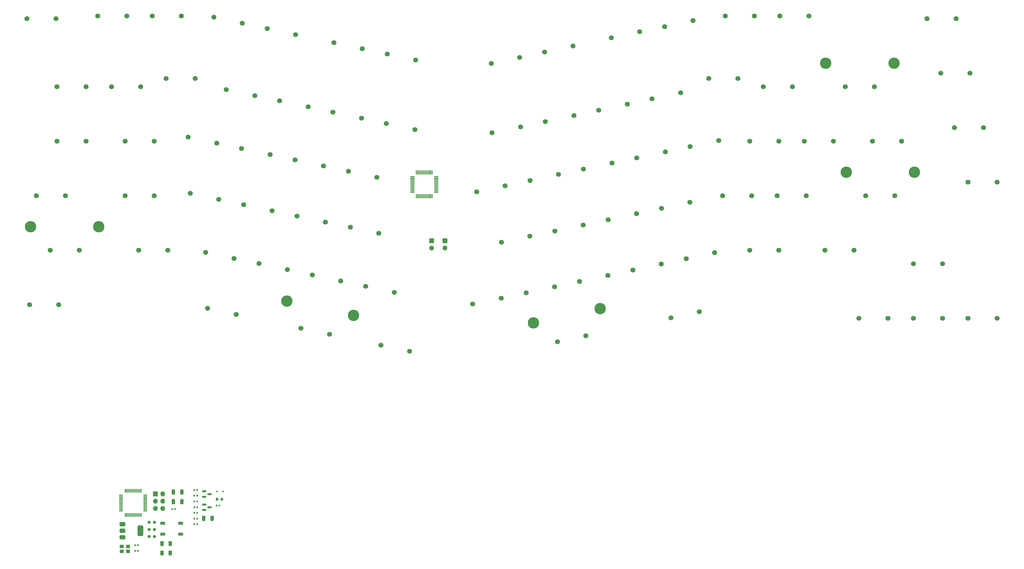
<source format=gbr>
%TF.GenerationSoftware,KiCad,Pcbnew,8.0.1*%
%TF.CreationDate,2024-04-11T15:05:29-07:00*%
%TF.ProjectId,Erebus,45726562-7573-42e6-9b69-6361645f7063,rev?*%
%TF.SameCoordinates,Original*%
%TF.FileFunction,Soldermask,Top*%
%TF.FilePolarity,Negative*%
%FSLAX46Y46*%
G04 Gerber Fmt 4.6, Leading zero omitted, Abs format (unit mm)*
G04 Created by KiCad (PCBNEW 8.0.1) date 2024-04-11 15:05:29*
%MOMM*%
%LPD*%
G01*
G04 APERTURE LIST*
G04 Aperture macros list*
%AMRoundRect*
0 Rectangle with rounded corners*
0 $1 Rounding radius*
0 $2 $3 $4 $5 $6 $7 $8 $9 X,Y pos of 4 corners*
0 Add a 4 corners polygon primitive as box body*
4,1,4,$2,$3,$4,$5,$6,$7,$8,$9,$2,$3,0*
0 Add four circle primitives for the rounded corners*
1,1,$1+$1,$2,$3*
1,1,$1+$1,$4,$5*
1,1,$1+$1,$6,$7*
1,1,$1+$1,$8,$9*
0 Add four rect primitives between the rounded corners*
20,1,$1+$1,$2,$3,$4,$5,0*
20,1,$1+$1,$4,$5,$6,$7,0*
20,1,$1+$1,$6,$7,$8,$9,0*
20,1,$1+$1,$8,$9,$2,$3,0*%
G04 Aperture macros list end*
%ADD10RoundRect,0.200000X-0.200000X-0.275000X0.200000X-0.275000X0.200000X0.275000X-0.200000X0.275000X0*%
%ADD11RoundRect,0.135000X-0.135000X-0.185000X0.135000X-0.185000X0.135000X0.185000X-0.135000X0.185000X0*%
%ADD12R,1.400000X1.200000*%
%ADD13C,3.987800*%
%ADD14RoundRect,0.375000X-0.625000X-0.375000X0.625000X-0.375000X0.625000X0.375000X-0.625000X0.375000X0*%
%ADD15RoundRect,0.500000X-0.500000X-1.400000X0.500000X-1.400000X0.500000X1.400000X-0.500000X1.400000X0*%
%ADD16RoundRect,0.150000X-0.587500X-0.150000X0.587500X-0.150000X0.587500X0.150000X-0.587500X0.150000X0*%
%ADD17RoundRect,0.237500X-0.250000X-0.237500X0.250000X-0.237500X0.250000X0.237500X-0.250000X0.237500X0*%
%ADD18RoundRect,0.140000X-0.140000X-0.170000X0.140000X-0.170000X0.140000X0.170000X-0.140000X0.170000X0*%
%ADD19R,1.700000X1.700000*%
%ADD20O,1.700000X1.700000*%
%ADD21RoundRect,0.250000X-0.312500X-0.625000X0.312500X-0.625000X0.312500X0.625000X-0.312500X0.625000X0*%
%ADD22RoundRect,0.250000X-0.325000X-0.650000X0.325000X-0.650000X0.325000X0.650000X-0.325000X0.650000X0*%
%ADD23RoundRect,0.075000X-0.662500X-0.075000X0.662500X-0.075000X0.662500X0.075000X-0.662500X0.075000X0*%
%ADD24RoundRect,0.075000X-0.075000X-0.662500X0.075000X-0.662500X0.075000X0.662500X-0.075000X0.662500X0*%
%ADD25R,1.700000X1.000000*%
%ADD26RoundRect,0.112500X-0.187500X-0.112500X0.187500X-0.112500X0.187500X0.112500X-0.187500X0.112500X0*%
%ADD27O,0.270000X1.500000*%
%ADD28O,1.500000X0.270000*%
%ADD29C,1.750000*%
G04 APERTURE END LIST*
D10*
%TO.C,R82*%
X207649900Y-251704600D03*
X209299900Y-251704600D03*
%TD*%
D11*
%TO.C,R89*%
X199614900Y-260434600D03*
X200634900Y-260434600D03*
%TD*%
%TO.C,R83*%
X199614900Y-248494600D03*
X200634900Y-248494600D03*
%TD*%
%TO.C,R84*%
X199614900Y-250484600D03*
X200634900Y-250484600D03*
%TD*%
D12*
%TO.C,Y1*%
X174344900Y-269894600D03*
X176544900Y-269894600D03*
X176544900Y-268194600D03*
X174344900Y-268194600D03*
%TD*%
D13*
%TO.C,S75*%
X255261132Y-187417886D03*
X231968992Y-182466989D03*
%TD*%
D14*
%TO.C,U8*%
X174594900Y-260399600D03*
X174594900Y-262699600D03*
D15*
X180894900Y-262699600D03*
D14*
X174594900Y-264999600D03*
%TD*%
D13*
%TO.C,S28*%
X443958308Y-99286562D03*
X420145808Y-99286562D03*
%TD*%
D16*
%TO.C,Q1*%
X203087400Y-248949600D03*
X203087400Y-250849600D03*
X204962400Y-249899600D03*
%TD*%
D17*
%TO.C,R90*%
X183932400Y-259754600D03*
X185757400Y-259754600D03*
%TD*%
D18*
%TO.C,C170*%
X207424900Y-253944600D03*
X208384900Y-253944600D03*
%TD*%
D11*
%TO.C,R92*%
X191964900Y-255194600D03*
X192984900Y-255194600D03*
%TD*%
D19*
%TO.C,JP2*%
X287199600Y-161340800D03*
D20*
X287199600Y-163880800D03*
%TD*%
D19*
%TO.C,SWD1*%
X186144900Y-249824600D03*
D20*
X188684900Y-249824600D03*
X186144900Y-252364600D03*
X188684900Y-252364600D03*
X186144900Y-254904600D03*
X188684900Y-254904600D03*
%TD*%
D21*
%TO.C,R93*%
X188362400Y-267194600D03*
X191287400Y-267194600D03*
%TD*%
D18*
%TO.C,C173*%
X179024900Y-267804600D03*
X179984900Y-267804600D03*
%TD*%
D21*
%TO.C,R94*%
X188362400Y-270484600D03*
X191287400Y-270484600D03*
%TD*%
D19*
%TO.C,JP1*%
X282549600Y-161340800D03*
D20*
X282549600Y-163880800D03*
%TD*%
D13*
%TO.C,S57*%
X451102058Y-137386562D03*
X427289558Y-137386562D03*
%TD*%
%TO.C,S77*%
X341371084Y-185094895D03*
X318078944Y-190045792D03*
%TD*%
D11*
%TO.C,R87*%
X199614900Y-256454600D03*
X200634900Y-256454600D03*
%TD*%
D22*
%TO.C,C171*%
X192369900Y-249174600D03*
X195319900Y-249174600D03*
%TD*%
D18*
%TO.C,C174*%
X179024900Y-269774600D03*
X179984900Y-269774600D03*
%TD*%
D23*
%TO.C,U1*%
X275824300Y-138902700D03*
X275824300Y-139402700D03*
X275824300Y-139902700D03*
X275824300Y-140402700D03*
X275824300Y-140902700D03*
X275824300Y-141402700D03*
X275824300Y-141902700D03*
X275824300Y-142402700D03*
X275824300Y-142902700D03*
X275824300Y-143402700D03*
X275824300Y-143902700D03*
X275824300Y-144402700D03*
D24*
X277236800Y-145815200D03*
X277736800Y-145815200D03*
X278236800Y-145815200D03*
X278736800Y-145815200D03*
X279236800Y-145815200D03*
X279736800Y-145815200D03*
X280236800Y-145815200D03*
X280736800Y-145815200D03*
X281236800Y-145815200D03*
X281736800Y-145815200D03*
X282236800Y-145815200D03*
X282736800Y-145815200D03*
D23*
X284149300Y-144402700D03*
X284149300Y-143902700D03*
X284149300Y-143402700D03*
X284149300Y-142902700D03*
X284149300Y-142402700D03*
X284149300Y-141902700D03*
X284149300Y-141402700D03*
X284149300Y-140902700D03*
X284149300Y-140402700D03*
X284149300Y-139902700D03*
X284149300Y-139402700D03*
X284149300Y-138902700D03*
D24*
X282736800Y-137490200D03*
X282236800Y-137490200D03*
X281736800Y-137490200D03*
X281236800Y-137490200D03*
X280736800Y-137490200D03*
X280236800Y-137490200D03*
X279736800Y-137490200D03*
X279236800Y-137490200D03*
X278736800Y-137490200D03*
X278236800Y-137490200D03*
X277736800Y-137490200D03*
X277236800Y-137490200D03*
%TD*%
D13*
%TO.C,S59*%
X166304558Y-156436562D03*
X142492058Y-156436562D03*
%TD*%
D25*
%TO.C,SW82*%
X188644900Y-260124600D03*
X194944900Y-260124600D03*
X188644900Y-263924600D03*
X194944900Y-263924600D03*
%TD*%
D17*
%TO.C,R95*%
X183932400Y-264774600D03*
X185757400Y-264774600D03*
%TD*%
D11*
%TO.C,R88*%
X199614900Y-258444600D03*
X200634900Y-258444600D03*
%TD*%
D17*
%TO.C,R91*%
X183932400Y-262264600D03*
X185757400Y-262264600D03*
%TD*%
D11*
%TO.C,R86*%
X199614900Y-254464600D03*
X200634900Y-254464600D03*
%TD*%
D26*
%TO.C,D1*%
X207589900Y-248974600D03*
X209689900Y-248974600D03*
%TD*%
D11*
%TO.C,R85*%
X199614900Y-252474600D03*
X200634900Y-252474600D03*
%TD*%
D22*
%TO.C,C172*%
X192369900Y-252524600D03*
X195319900Y-252524600D03*
%TD*%
D27*
%TO.C,U9*%
X175569900Y-257249600D03*
X176069900Y-257249600D03*
X176569900Y-257249600D03*
X177069900Y-257249600D03*
X177569900Y-257249600D03*
X178069900Y-257249600D03*
X178569900Y-257249600D03*
X179069900Y-257249600D03*
X179569900Y-257249600D03*
X180069900Y-257249600D03*
X180569900Y-257249600D03*
X181069900Y-257249600D03*
D28*
X182569900Y-255749600D03*
X182569900Y-255249600D03*
X182569900Y-254749600D03*
X182569900Y-254249600D03*
X182569900Y-253749600D03*
X182569900Y-253249600D03*
X182569900Y-252749600D03*
X182569900Y-252249600D03*
X182569900Y-251749600D03*
X182569900Y-251249600D03*
X182569900Y-250749600D03*
X182569900Y-250249600D03*
D27*
X181069900Y-248749600D03*
X180569900Y-248749600D03*
X180069900Y-248749600D03*
X179569900Y-248749600D03*
X179069900Y-248749600D03*
X178569900Y-248749600D03*
X178069900Y-248749600D03*
X177569900Y-248749600D03*
X177069900Y-248749600D03*
X176569900Y-248749600D03*
X176069900Y-248749600D03*
X175569900Y-248749600D03*
D28*
X174069900Y-250249600D03*
X174069900Y-250749600D03*
X174069900Y-251249600D03*
X174069900Y-251749600D03*
X174069900Y-252249600D03*
X174069900Y-252749600D03*
X174069900Y-253249600D03*
X174069900Y-253749600D03*
X174069900Y-254249600D03*
X174069900Y-254749600D03*
X174069900Y-255249600D03*
X174069900Y-255749600D03*
%TD*%
D16*
%TO.C,Q2*%
X203087400Y-253574600D03*
X203087400Y-255474600D03*
X204962400Y-254524600D03*
%TD*%
D22*
%TO.C,C169*%
X202929900Y-258424600D03*
X205879900Y-258424600D03*
%TD*%
D29*
%TO.C,SW62*%
X232194747Y-171478808D03*
X222256767Y-169366426D03*
%TD*%
%TO.C,SW65*%
X306828243Y-181401036D03*
X296890263Y-183513418D03*
%TD*%
%TO.C,SW45*%
X154715808Y-145641562D03*
X144555808Y-145641562D03*
%TD*%
%TO.C,SW55*%
X394269558Y-145641562D03*
X384109558Y-145641562D03*
%TD*%
%TO.C,SW56*%
X413319558Y-145641562D03*
X403159558Y-145641562D03*
%TD*%
%TO.C,SW52*%
X335476521Y-155836069D03*
X325538541Y-157948451D03*
%TD*%
%TO.C,SW74*%
X214258746Y-187141981D03*
X204320766Y-185029599D03*
%TD*%
%TO.C,SW39*%
X364124799Y-130271101D03*
X354186819Y-132383483D03*
%TD*%
%TO.C,SW26*%
X389507058Y-104684062D03*
X379347058Y-104684062D03*
%TD*%
%TO.C,SW58*%
X479994558Y-140879062D03*
X469834558Y-140879062D03*
%TD*%
%TO.C,SW9*%
X331921045Y-93296146D03*
X321983065Y-95408528D03*
%TD*%
%TO.C,SW80*%
X460944558Y-188504062D03*
X450784558Y-188504062D03*
%TD*%
%TO.C,SW76*%
X274818309Y-200014314D03*
X264880329Y-197901932D03*
%TD*%
%TO.C,SW63*%
X250828459Y-175439525D03*
X240890479Y-173327143D03*
%TD*%
%TO.C,SW75*%
X246867741Y-194073237D03*
X236929761Y-191960855D03*
%TD*%
%TO.C,SW79*%
X441894558Y-188504062D03*
X431734558Y-188504062D03*
%TD*%
%TO.C,SW51*%
X316842810Y-159796786D03*
X306904830Y-161909168D03*
%TD*%
%TO.C,SW7*%
X276978365Y-98226609D03*
X267040385Y-96114227D03*
%TD*%
%TO.C,SW64*%
X269462171Y-179400243D03*
X259524191Y-177287861D03*
%TD*%
%TO.C,SW19*%
X239418472Y-114587493D03*
X229480492Y-112475111D03*
%TD*%
%TO.C,SW46*%
X185672058Y-145641562D03*
X175512058Y-145641562D03*
%TD*%
%TO.C,SW3*%
X195197058Y-82776562D03*
X185037058Y-82776562D03*
%TD*%
%TO.C,SW23*%
X332213514Y-117578466D03*
X322275534Y-119690848D03*
%TD*%
%TO.C,SW6*%
X258344653Y-94265891D03*
X248406673Y-92153509D03*
%TD*%
%TO.C,SW73*%
X152334558Y-183741562D03*
X142174558Y-183741562D03*
%TD*%
%TO.C,SW11*%
X373846896Y-84384532D03*
X363908916Y-86496914D03*
%TD*%
%TO.C,SW47*%
X208204897Y-146904019D03*
X198266917Y-144791637D03*
%TD*%
%TO.C,SW35*%
X263408322Y-139162281D03*
X253470342Y-137049899D03*
%TD*%
%TO.C,SW5*%
X235052514Y-89314994D03*
X225114534Y-87202612D03*
%TD*%
%TO.C,SW72*%
X460944558Y-169454062D03*
X450784558Y-169454062D03*
%TD*%
%TO.C,SW17*%
X199959558Y-104684062D03*
X189799558Y-104684062D03*
%TD*%
%TO.C,SW29*%
X470469558Y-102779062D03*
X460309558Y-102779062D03*
%TD*%
%TO.C,SW68*%
X362729379Y-169518883D03*
X352791399Y-171631265D03*
%TD*%
%TO.C,SW22*%
X313579802Y-121539183D03*
X303641822Y-123651565D03*
%TD*%
%TO.C,SW13*%
X414272058Y-82776562D03*
X404112058Y-82776562D03*
%TD*%
%TO.C,SW28*%
X437132058Y-107541562D03*
X426972058Y-107541562D03*
%TD*%
%TO.C,SW2*%
X176147058Y-82776562D03*
X165987058Y-82776562D03*
%TD*%
%TO.C,SW57*%
X444275808Y-145641562D03*
X434115808Y-145641562D03*
%TD*%
%TO.C,SW1*%
X151382058Y-83729062D03*
X141222058Y-83729062D03*
%TD*%
%TO.C,SW36*%
X308223664Y-142153254D03*
X298285684Y-144265636D03*
%TD*%
%TO.C,SW49*%
X245472321Y-154825455D03*
X235534341Y-152713073D03*
%TD*%
%TO.C,SW14*%
X465707058Y-83729062D03*
X455547058Y-83729062D03*
%TD*%
%TO.C,SW77*%
X336410315Y-194588761D03*
X326472335Y-196701143D03*
%TD*%
%TO.C,SW67*%
X344095667Y-173479601D03*
X334157687Y-175591983D03*
%TD*%
%TO.C,SW18*%
X220784761Y-110626775D03*
X210846781Y-108514393D03*
%TD*%
%TO.C,SW53*%
X354110233Y-151875351D03*
X344172253Y-153987733D03*
%TD*%
%TO.C,SW33*%
X226140899Y-131240846D03*
X216202919Y-129128464D03*
%TD*%
%TO.C,SW69*%
X381363091Y-165558166D03*
X371425111Y-167670548D03*
%TD*%
%TO.C,SW71*%
X429988308Y-164691562D03*
X419828308Y-164691562D03*
%TD*%
%TO.C,SW81*%
X479994558Y-188504062D03*
X469834558Y-188504062D03*
%TD*%
%TO.C,SW25*%
X369480938Y-109657030D03*
X359542958Y-111769412D03*
%TD*%
%TO.C,SW54*%
X372743945Y-147914633D03*
X362805965Y-150027015D03*
%TD*%
%TO.C,SW59*%
X159478308Y-164691562D03*
X149318308Y-164691562D03*
%TD*%
%TO.C,SW44*%
X475232058Y-121829062D03*
X465072058Y-121829062D03*
%TD*%
%TO.C,SW70*%
X403794558Y-164691562D03*
X393634558Y-164691562D03*
%TD*%
%TO.C,SW48*%
X226838609Y-150864737D03*
X216900629Y-148752355D03*
%TD*%
%TO.C,SW12*%
X395222058Y-82776562D03*
X385062058Y-82776562D03*
%TD*%
%TO.C,SW43*%
X446657058Y-126591562D03*
X436497058Y-126591562D03*
%TD*%
%TO.C,SW21*%
X276685896Y-122508928D03*
X266747916Y-120396546D03*
%TD*%
%TO.C,SW38*%
X345491088Y-134231819D03*
X335553108Y-136344201D03*
%TD*%
%TO.C,SW50*%
X264106033Y-158786172D03*
X254168053Y-156673790D03*
%TD*%
%TO.C,SW10*%
X355213184Y-88345249D03*
X345275204Y-90457631D03*
%TD*%
%TO.C,SW20*%
X258052184Y-118548210D03*
X248114204Y-116435828D03*
%TD*%
%TO.C,SW27*%
X408557058Y-107541562D03*
X398397058Y-107541562D03*
%TD*%
%TO.C,SW31*%
X185672058Y-126591562D03*
X175512058Y-126591562D03*
%TD*%
%TO.C,SW15*%
X161859558Y-107541562D03*
X151699558Y-107541562D03*
%TD*%
%TO.C,SW40*%
X382758511Y-126310383D03*
X372820531Y-128422765D03*
%TD*%
%TO.C,SW61*%
X213561035Y-167518090D03*
X203623055Y-165405708D03*
%TD*%
%TO.C,SW42*%
X422844558Y-126591562D03*
X412684558Y-126591562D03*
%TD*%
%TO.C,SW32*%
X207507187Y-127280128D03*
X197569207Y-125167746D03*
%TD*%
%TO.C,SW66*%
X325461955Y-177440319D03*
X315523975Y-179552701D03*
%TD*%
%TO.C,SW37*%
X326857376Y-138192536D03*
X316919396Y-140304918D03*
%TD*%
%TO.C,SW41*%
X403794558Y-126591562D03*
X393634558Y-126591562D03*
%TD*%
%TO.C,SW60*%
X190434558Y-164691562D03*
X180274558Y-164691562D03*
%TD*%
%TO.C,SW24*%
X350847226Y-113617748D03*
X340909246Y-115730130D03*
%TD*%
%TO.C,SW34*%
X244774611Y-135201563D03*
X234836631Y-133089181D03*
%TD*%
%TO.C,SW78*%
X376006952Y-186172236D03*
X366068972Y-188284618D03*
%TD*%
%TO.C,SW8*%
X313287333Y-97256864D03*
X303349353Y-99369246D03*
%TD*%
%TO.C,SW16*%
X180909558Y-107541562D03*
X170749558Y-107541562D03*
%TD*%
%TO.C,SW30*%
X161859558Y-126591562D03*
X151699558Y-126591562D03*
%TD*%
%TO.C,SW4*%
X216418802Y-85354276D03*
X206480822Y-83241894D03*
%TD*%
M02*

</source>
